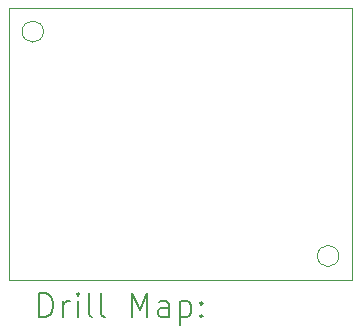
<source format=gbr>
%TF.GenerationSoftware,KiCad,Pcbnew,8.0.1*%
%TF.CreationDate,2024-07-01T16:13:14-04:00*%
%TF.ProjectId,V1,56312e6b-6963-4616-945f-706362585858,rev?*%
%TF.SameCoordinates,Original*%
%TF.FileFunction,Drillmap*%
%TF.FilePolarity,Positive*%
%FSLAX45Y45*%
G04 Gerber Fmt 4.5, Leading zero omitted, Abs format (unit mm)*
G04 Created by KiCad (PCBNEW 8.0.1) date 2024-07-01 16:13:14*
%MOMM*%
%LPD*%
G01*
G04 APERTURE LIST*
%ADD10C,0.100000*%
%ADD11C,0.200000*%
G04 APERTURE END LIST*
D10*
X17916000Y-10019862D02*
X17916000Y-12319862D01*
X17806000Y-12119862D02*
G75*
G02*
X17626000Y-12119862I-90000J0D01*
G01*
X17626000Y-12119862D02*
G75*
G02*
X17806000Y-12119862I90000J0D01*
G01*
X15016000Y-12319862D02*
X15016000Y-10019862D01*
X17916000Y-12319862D02*
X15016000Y-12319862D01*
X15306000Y-10219862D02*
G75*
G02*
X15126000Y-10219862I-90000J0D01*
G01*
X15126000Y-10219862D02*
G75*
G02*
X15306000Y-10219862I90000J0D01*
G01*
X15016000Y-10019862D02*
X17916000Y-10019862D01*
D11*
X15271777Y-12636346D02*
X15271777Y-12436346D01*
X15271777Y-12436346D02*
X15319396Y-12436346D01*
X15319396Y-12436346D02*
X15347967Y-12445870D01*
X15347967Y-12445870D02*
X15367015Y-12464917D01*
X15367015Y-12464917D02*
X15376539Y-12483965D01*
X15376539Y-12483965D02*
X15386062Y-12522060D01*
X15386062Y-12522060D02*
X15386062Y-12550632D01*
X15386062Y-12550632D02*
X15376539Y-12588727D01*
X15376539Y-12588727D02*
X15367015Y-12607774D01*
X15367015Y-12607774D02*
X15347967Y-12626822D01*
X15347967Y-12626822D02*
X15319396Y-12636346D01*
X15319396Y-12636346D02*
X15271777Y-12636346D01*
X15471777Y-12636346D02*
X15471777Y-12503012D01*
X15471777Y-12541108D02*
X15481301Y-12522060D01*
X15481301Y-12522060D02*
X15490824Y-12512536D01*
X15490824Y-12512536D02*
X15509872Y-12503012D01*
X15509872Y-12503012D02*
X15528920Y-12503012D01*
X15595586Y-12636346D02*
X15595586Y-12503012D01*
X15595586Y-12436346D02*
X15586062Y-12445870D01*
X15586062Y-12445870D02*
X15595586Y-12455393D01*
X15595586Y-12455393D02*
X15605110Y-12445870D01*
X15605110Y-12445870D02*
X15595586Y-12436346D01*
X15595586Y-12436346D02*
X15595586Y-12455393D01*
X15719396Y-12636346D02*
X15700348Y-12626822D01*
X15700348Y-12626822D02*
X15690824Y-12607774D01*
X15690824Y-12607774D02*
X15690824Y-12436346D01*
X15824158Y-12636346D02*
X15805110Y-12626822D01*
X15805110Y-12626822D02*
X15795586Y-12607774D01*
X15795586Y-12607774D02*
X15795586Y-12436346D01*
X16052729Y-12636346D02*
X16052729Y-12436346D01*
X16052729Y-12436346D02*
X16119396Y-12579203D01*
X16119396Y-12579203D02*
X16186062Y-12436346D01*
X16186062Y-12436346D02*
X16186062Y-12636346D01*
X16367015Y-12636346D02*
X16367015Y-12531584D01*
X16367015Y-12531584D02*
X16357491Y-12512536D01*
X16357491Y-12512536D02*
X16338443Y-12503012D01*
X16338443Y-12503012D02*
X16300348Y-12503012D01*
X16300348Y-12503012D02*
X16281301Y-12512536D01*
X16367015Y-12626822D02*
X16347967Y-12636346D01*
X16347967Y-12636346D02*
X16300348Y-12636346D01*
X16300348Y-12636346D02*
X16281301Y-12626822D01*
X16281301Y-12626822D02*
X16271777Y-12607774D01*
X16271777Y-12607774D02*
X16271777Y-12588727D01*
X16271777Y-12588727D02*
X16281301Y-12569679D01*
X16281301Y-12569679D02*
X16300348Y-12560155D01*
X16300348Y-12560155D02*
X16347967Y-12560155D01*
X16347967Y-12560155D02*
X16367015Y-12550632D01*
X16462253Y-12503012D02*
X16462253Y-12703012D01*
X16462253Y-12512536D02*
X16481301Y-12503012D01*
X16481301Y-12503012D02*
X16519396Y-12503012D01*
X16519396Y-12503012D02*
X16538443Y-12512536D01*
X16538443Y-12512536D02*
X16547967Y-12522060D01*
X16547967Y-12522060D02*
X16557491Y-12541108D01*
X16557491Y-12541108D02*
X16557491Y-12598251D01*
X16557491Y-12598251D02*
X16547967Y-12617298D01*
X16547967Y-12617298D02*
X16538443Y-12626822D01*
X16538443Y-12626822D02*
X16519396Y-12636346D01*
X16519396Y-12636346D02*
X16481301Y-12636346D01*
X16481301Y-12636346D02*
X16462253Y-12626822D01*
X16643205Y-12617298D02*
X16652729Y-12626822D01*
X16652729Y-12626822D02*
X16643205Y-12636346D01*
X16643205Y-12636346D02*
X16633682Y-12626822D01*
X16633682Y-12626822D02*
X16643205Y-12617298D01*
X16643205Y-12617298D02*
X16643205Y-12636346D01*
X16643205Y-12512536D02*
X16652729Y-12522060D01*
X16652729Y-12522060D02*
X16643205Y-12531584D01*
X16643205Y-12531584D02*
X16633682Y-12522060D01*
X16633682Y-12522060D02*
X16643205Y-12512536D01*
X16643205Y-12512536D02*
X16643205Y-12531584D01*
M02*

</source>
